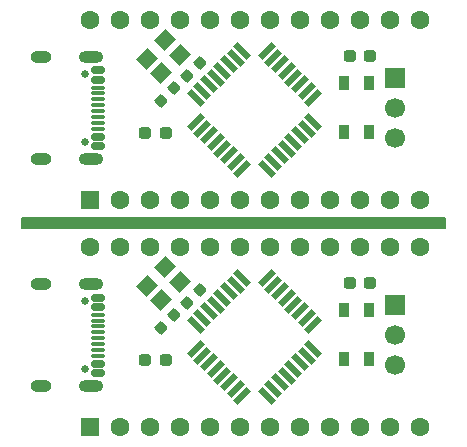
<source format=gts>
%TF.GenerationSoftware,KiCad,Pcbnew,9.0.1*%
%TF.CreationDate,2025-04-29T19:20:25+09:00*%
%TF.ProjectId,ATtiny328P.kicad_pcb,41547469-6e79-4333-9238-502e6b696361,rev?*%
%TF.SameCoordinates,Original*%
%TF.FileFunction,Soldermask,Top*%
%TF.FilePolarity,Negative*%
%FSLAX46Y46*%
G04 Gerber Fmt 4.6, Leading zero omitted, Abs format (unit mm)*
G04 Created by KiCad (PCBNEW 9.0.1) date 2025-04-29 19:20:25*
%MOMM*%
%LPD*%
G01*
G04 APERTURE LIST*
G04 Aperture macros list*
%AMRoundRect*
0 Rectangle with rounded corners*
0 $1 Rounding radius*
0 $2 $3 $4 $5 $6 $7 $8 $9 X,Y pos of 4 corners*
0 Add a 4 corners polygon primitive as box body*
4,1,4,$2,$3,$4,$5,$6,$7,$8,$9,$2,$3,0*
0 Add four circle primitives for the rounded corners*
1,1,$1+$1,$2,$3*
1,1,$1+$1,$4,$5*
1,1,$1+$1,$6,$7*
1,1,$1+$1,$8,$9*
0 Add four rect primitives between the rounded corners*
20,1,$1+$1,$2,$3,$4,$5,0*
20,1,$1+$1,$4,$5,$6,$7,0*
20,1,$1+$1,$6,$7,$8,$9,0*
20,1,$1+$1,$8,$9,$2,$3,0*%
%AMRotRect*
0 Rectangle, with rotation*
0 The origin of the aperture is its center*
0 $1 length*
0 $2 width*
0 $3 Rotation angle, in degrees counterclockwise*
0 Add horizontal line*
21,1,$1,$2,0,0,$3*%
G04 Aperture macros list end*
%ADD10RoundRect,0.225000X-0.017678X0.335876X-0.335876X0.017678X0.017678X-0.335876X0.335876X-0.017678X0*%
%ADD11RoundRect,0.250000X0.550000X-0.550000X0.550000X0.550000X-0.550000X0.550000X-0.550000X-0.550000X0*%
%ADD12C,1.600000*%
%ADD13RoundRect,0.237500X-0.287500X-0.237500X0.287500X-0.237500X0.287500X0.237500X-0.287500X0.237500X0*%
%ADD14R,1.700000X1.700000*%
%ADD15C,1.700000*%
%ADD16C,0.650000*%
%ADD17RoundRect,0.150000X-0.425000X0.150000X-0.425000X-0.150000X0.425000X-0.150000X0.425000X0.150000X0*%
%ADD18RoundRect,0.075000X-0.500000X0.075000X-0.500000X-0.075000X0.500000X-0.075000X0.500000X0.075000X0*%
%ADD19O,2.100000X1.000000*%
%ADD20O,1.800000X1.000000*%
%ADD21RoundRect,0.102000X0.325000X-0.525000X0.325000X0.525000X-0.325000X0.525000X-0.325000X-0.525000X0*%
%ADD22RotRect,1.400000X1.200000X45.000000*%
%ADD23RoundRect,0.237500X0.287500X0.237500X-0.287500X0.237500X-0.287500X-0.237500X0.287500X-0.237500X0*%
%ADD24RotRect,1.600000X0.550000X315.000000*%
%ADD25RotRect,1.600000X0.550000X45.000000*%
G04 APERTURE END LIST*
D10*
%TO.C,C4*%
X139116016Y-67663984D03*
X138020000Y-68760000D03*
%TD*%
D11*
%TO.C,J2*%
X129790000Y-79270000D03*
D12*
X132330000Y-79270000D03*
X134870000Y-79270000D03*
X137410000Y-79270000D03*
X139950000Y-79270000D03*
X142490000Y-79270000D03*
X145030000Y-79270000D03*
X147570000Y-79270000D03*
X150110000Y-79270000D03*
X152650000Y-79270000D03*
X155190000Y-79270000D03*
X157730000Y-79270000D03*
X157730000Y-64030000D03*
X155190000Y-64030000D03*
X152650000Y-64030000D03*
X150110000Y-64030000D03*
X147570000Y-64030000D03*
X145030000Y-64030000D03*
X142490000Y-64030000D03*
X139950000Y-64030000D03*
X137410000Y-64030000D03*
X134870000Y-64030000D03*
X132330000Y-64030000D03*
X129790000Y-64030000D03*
%TD*%
D13*
%TO.C,UPDI*%
X151825000Y-67090000D03*
X153575000Y-67090000D03*
%TD*%
D14*
%TO.C,J3*%
X155690000Y-68938500D03*
D15*
X155690000Y-71478500D03*
X155690000Y-74018500D03*
%TD*%
D16*
%TO.C,J1*%
X129395000Y-68630000D03*
X129395000Y-74410000D03*
D17*
X130470000Y-68320000D03*
X130470000Y-69120000D03*
D18*
X130470000Y-70270000D03*
X130470000Y-71270000D03*
X130470000Y-71770000D03*
X130470000Y-72770000D03*
D17*
X130470000Y-73920000D03*
X130470000Y-74720000D03*
X130470000Y-74720000D03*
X130470000Y-73920000D03*
D18*
X130470000Y-73270000D03*
X130470000Y-72270000D03*
X130470000Y-70770000D03*
X130470000Y-69770000D03*
D17*
X130470000Y-69120000D03*
X130470000Y-68320000D03*
D19*
X129895000Y-67200000D03*
D20*
X125715000Y-67200000D03*
D19*
X129895000Y-75840000D03*
D20*
X125715000Y-75840000D03*
%TD*%
D21*
%TO.C,SW1*%
X151315000Y-73503500D03*
X151315000Y-69353500D03*
X153465000Y-73503500D03*
X153465000Y-69353500D03*
%TD*%
D22*
%TO.C,Y1*%
X135860000Y-68530000D03*
X137415635Y-66974365D03*
X136213554Y-65772284D03*
X134657919Y-67327919D03*
%TD*%
D10*
%TO.C,C3*%
X136950000Y-69820000D03*
X135853984Y-70916016D03*
%TD*%
D23*
%TO.C,/RTS#*%
X136255000Y-73640000D03*
X134505000Y-73640000D03*
%TD*%
D24*
%TO.C,U1*%
X142734695Y-66664897D03*
X142169010Y-67230583D03*
X141603324Y-67796268D03*
X141037639Y-68361953D03*
X140471953Y-68927639D03*
X139906268Y-69493324D03*
X139340583Y-70059010D03*
X138774897Y-70624695D03*
D25*
X138774897Y-72675305D03*
X139340583Y-73240990D03*
X139906268Y-73806676D03*
X140471953Y-74372361D03*
X141037639Y-74938047D03*
X141603324Y-75503732D03*
X142169010Y-76069417D03*
X142734695Y-76635103D03*
D24*
X144785305Y-76635103D03*
X145350990Y-76069417D03*
X145916676Y-75503732D03*
X146482361Y-74938047D03*
X147048047Y-74372361D03*
X147613732Y-73806676D03*
X148179417Y-73240990D03*
X148745103Y-72675305D03*
D25*
X148745103Y-70624695D03*
X148179417Y-70059010D03*
X147613732Y-69493324D03*
X147048047Y-68927639D03*
X146482361Y-68361953D03*
X145916676Y-67796268D03*
X145350990Y-67230583D03*
X144785305Y-66664897D03*
%TD*%
D10*
%TO.C,C4*%
X139116016Y-86893984D03*
X138020000Y-87990000D03*
%TD*%
D11*
%TO.C,J2*%
X129790000Y-98500000D03*
D12*
X132330000Y-98500000D03*
X134870000Y-98500000D03*
X137410000Y-98500000D03*
X139950000Y-98500000D03*
X142490000Y-98500000D03*
X145030000Y-98500000D03*
X147570000Y-98500000D03*
X150110000Y-98500000D03*
X152650000Y-98500000D03*
X155190000Y-98500000D03*
X157730000Y-98500000D03*
X157730000Y-83260000D03*
X155190000Y-83260000D03*
X152650000Y-83260000D03*
X150110000Y-83260000D03*
X147570000Y-83260000D03*
X145030000Y-83260000D03*
X142490000Y-83260000D03*
X139950000Y-83260000D03*
X137410000Y-83260000D03*
X134870000Y-83260000D03*
X132330000Y-83260000D03*
X129790000Y-83260000D03*
%TD*%
D13*
%TO.C,UPDI*%
X151825000Y-86320000D03*
X153575000Y-86320000D03*
%TD*%
D14*
%TO.C,J3*%
X155690000Y-88168500D03*
D15*
X155690000Y-90708500D03*
X155690000Y-93248500D03*
%TD*%
D16*
%TO.C,J1*%
X129395000Y-87860000D03*
X129395000Y-93640000D03*
D17*
X130470000Y-87550000D03*
X130470000Y-88350000D03*
D18*
X130470000Y-89500000D03*
X130470000Y-90500000D03*
X130470000Y-91000000D03*
X130470000Y-92000000D03*
D17*
X130470000Y-93150000D03*
X130470000Y-93950000D03*
X130470000Y-93950000D03*
X130470000Y-93150000D03*
D18*
X130470000Y-92500000D03*
X130470000Y-91500000D03*
X130470000Y-90000000D03*
X130470000Y-89000000D03*
D17*
X130470000Y-88350000D03*
X130470000Y-87550000D03*
D19*
X129895000Y-86430000D03*
D20*
X125715000Y-86430000D03*
D19*
X129895000Y-95070000D03*
D20*
X125715000Y-95070000D03*
%TD*%
D21*
%TO.C,SW1*%
X151315000Y-92733500D03*
X151315000Y-88583500D03*
X153465000Y-92733500D03*
X153465000Y-88583500D03*
%TD*%
D22*
%TO.C,Y1*%
X135860000Y-87760000D03*
X137415635Y-86204365D03*
X136213554Y-85002284D03*
X134657919Y-86557919D03*
%TD*%
D10*
%TO.C,C3*%
X136950000Y-89050000D03*
X135853984Y-90146016D03*
%TD*%
D23*
%TO.C,/RTS#*%
X136255000Y-92870000D03*
X134505000Y-92870000D03*
%TD*%
D24*
%TO.C,U1*%
X142734695Y-85894897D03*
X142169010Y-86460583D03*
X141603324Y-87026268D03*
X141037639Y-87591953D03*
X140471953Y-88157639D03*
X139906268Y-88723324D03*
X139340583Y-89289010D03*
X138774897Y-89854695D03*
D25*
X138774897Y-91905305D03*
X139340583Y-92470990D03*
X139906268Y-93036676D03*
X140471953Y-93602361D03*
X141037639Y-94168047D03*
X141603324Y-94733732D03*
X142169010Y-95299417D03*
X142734695Y-95865103D03*
D24*
X144785305Y-95865103D03*
X145350990Y-95299417D03*
X145916676Y-94733732D03*
X146482361Y-94168047D03*
X147048047Y-93602361D03*
X147613732Y-93036676D03*
X148179417Y-92470990D03*
X148745103Y-91905305D03*
D25*
X148745103Y-89854695D03*
X148179417Y-89289010D03*
X147613732Y-88723324D03*
X147048047Y-88157639D03*
X146482361Y-87591953D03*
X145916676Y-87026268D03*
X145350990Y-86460583D03*
X144785305Y-85894897D03*
%TD*%
G36*
X159943039Y-80779685D02*
G01*
X159988794Y-80832489D01*
X160000000Y-80884000D01*
X160000000Y-81636034D01*
X159980315Y-81703073D01*
X159927511Y-81748828D01*
X159876034Y-81760034D01*
X124124034Y-81769965D01*
X124056990Y-81750299D01*
X124011220Y-81697508D01*
X124000000Y-81645965D01*
X124000000Y-80884000D01*
X124019685Y-80816961D01*
X124072489Y-80771206D01*
X124124000Y-80760000D01*
X159876000Y-80760000D01*
X159943039Y-80779685D01*
G37*
M02*

</source>
